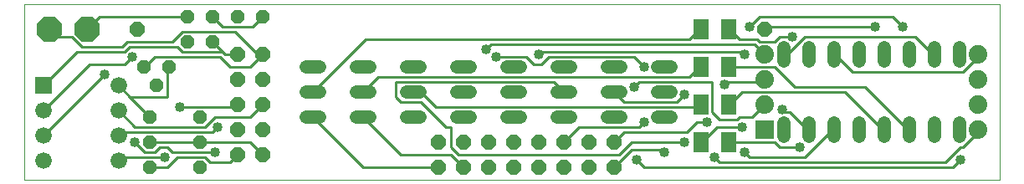
<source format=gbl>
G75*
%MOIN*%
%OFA0B0*%
%FSLAX24Y24*%
%IPPOS*%
%LPD*%
%AMOC8*
5,1,8,0,0,1.08239X$1,22.5*
%
%ADD10C,0.0000*%
%ADD11R,0.0660X0.0660*%
%ADD12C,0.0660*%
%ADD13OC8,0.0520*%
%ADD14OC8,0.1000*%
%ADD15OC8,0.0600*%
%ADD16C,0.0740*%
%ADD17R,0.0740X0.0740*%
%ADD18C,0.0520*%
%ADD19R,0.0630X0.0787*%
%ADD20C,0.0100*%
%ADD21C,0.0400*%
D10*
X000100Y000130D02*
X000100Y007126D01*
X038970Y007126D01*
X038970Y000130D01*
X000100Y000130D01*
D11*
X000850Y003880D03*
D12*
X003850Y003880D03*
X003850Y002880D03*
X000850Y002880D03*
X000850Y001880D03*
X003850Y001880D03*
X003850Y000880D03*
X000850Y000880D03*
D13*
X005100Y000630D03*
X007100Y000630D03*
X007100Y001630D03*
X005100Y001630D03*
X005100Y002630D03*
X007100Y002630D03*
X005350Y003880D03*
X004850Y004630D03*
X005850Y004630D03*
X006600Y005630D03*
X007600Y005630D03*
X007600Y006630D03*
X006600Y006630D03*
X008600Y006630D03*
X009600Y006630D03*
D14*
X002600Y006130D03*
X001100Y006130D03*
D15*
X004600Y006130D03*
X008600Y005130D03*
X009600Y005130D03*
X009600Y004130D03*
X008600Y004130D03*
X008600Y003130D03*
X009600Y003130D03*
X009600Y002130D03*
X008600Y002130D03*
X008600Y001130D03*
X009600Y001130D03*
X016600Y000630D03*
X017600Y000630D03*
X018600Y000630D03*
X019600Y000630D03*
X020600Y000630D03*
X021600Y000630D03*
X022600Y000630D03*
X023600Y000630D03*
X023600Y001630D03*
X022600Y001630D03*
X021600Y001630D03*
X020600Y001630D03*
X019600Y001630D03*
X018600Y001630D03*
X017600Y001630D03*
X016600Y001630D03*
X029600Y006130D03*
D16*
X029600Y005130D03*
X029600Y004130D03*
X029600Y003130D03*
X038100Y003130D03*
X038100Y002130D03*
X038100Y004130D03*
X038100Y005130D03*
D17*
X029600Y002130D03*
D18*
X030350Y001870D02*
X030350Y002390D01*
X031350Y002390D02*
X031350Y001870D01*
X032350Y001870D02*
X032350Y002390D01*
X033350Y002390D02*
X033350Y001870D01*
X034350Y001870D02*
X034350Y002390D01*
X035350Y002390D02*
X035350Y001870D01*
X036350Y001870D02*
X036350Y002390D01*
X037350Y002390D02*
X037350Y001870D01*
X025860Y002630D02*
X025340Y002630D01*
X023860Y002630D02*
X023340Y002630D01*
X021860Y002630D02*
X021340Y002630D01*
X019860Y002630D02*
X019340Y002630D01*
X017860Y002630D02*
X017340Y002630D01*
X015860Y002630D02*
X015340Y002630D01*
X013860Y002630D02*
X013340Y002630D01*
X011860Y002630D02*
X011340Y002630D01*
X011340Y003630D02*
X011860Y003630D01*
X013340Y003630D02*
X013860Y003630D01*
X015340Y003630D02*
X015860Y003630D01*
X017340Y003630D02*
X017860Y003630D01*
X019340Y003630D02*
X019860Y003630D01*
X021340Y003630D02*
X021860Y003630D01*
X023340Y003630D02*
X023860Y003630D01*
X025340Y003630D02*
X025860Y003630D01*
X025860Y004630D02*
X025340Y004630D01*
X023860Y004630D02*
X023340Y004630D01*
X021860Y004630D02*
X021340Y004630D01*
X019860Y004630D02*
X019340Y004630D01*
X017860Y004630D02*
X017340Y004630D01*
X015860Y004630D02*
X015340Y004630D01*
X013860Y004630D02*
X013340Y004630D01*
X011860Y004630D02*
X011340Y004630D01*
X030350Y004870D02*
X030350Y005390D01*
X031350Y005390D02*
X031350Y004870D01*
X032350Y004870D02*
X032350Y005390D01*
X033350Y005390D02*
X033350Y004870D01*
X034350Y004870D02*
X034350Y005390D01*
X035350Y005390D02*
X035350Y004870D01*
X036350Y004870D02*
X036350Y005390D01*
X037350Y005390D02*
X037350Y004870D01*
D19*
X028151Y004630D03*
X027049Y004630D03*
X027049Y006130D03*
X028151Y006130D03*
X028151Y003130D03*
X027049Y003130D03*
X027049Y001630D03*
X028151Y001630D03*
D20*
X030000Y001630D01*
X030200Y001430D01*
X031000Y001430D01*
X031200Y001030D02*
X029000Y001030D01*
X028800Y001230D01*
X027800Y000830D02*
X027600Y001030D01*
X027800Y000830D02*
X036800Y000830D01*
X037400Y001430D01*
X037500Y001430D01*
X038100Y002030D01*
X038100Y002130D01*
X035350Y002130D02*
X035300Y002130D01*
X033600Y003830D01*
X030800Y003830D01*
X030000Y004630D01*
X028151Y004630D01*
X027049Y004630D02*
X027000Y004630D01*
X026600Y004230D01*
X014200Y004230D01*
X013600Y003630D01*
X014900Y003430D02*
X014900Y004030D01*
X021200Y004030D01*
X021600Y003630D01*
X023600Y003630D02*
X024000Y003230D01*
X026100Y003230D01*
X026400Y003530D01*
X026900Y003030D02*
X027000Y003130D01*
X027049Y003130D01*
X026900Y003030D02*
X016500Y003030D01*
X015900Y003630D01*
X015600Y003630D01*
X015100Y003230D02*
X014900Y003430D01*
X015100Y003230D02*
X015900Y003230D01*
X016900Y002230D01*
X017100Y002230D01*
X017100Y001430D01*
X017400Y001130D01*
X023800Y001130D01*
X024300Y001630D01*
X026400Y001630D01*
X027049Y001630D02*
X027100Y001630D01*
X027700Y002230D01*
X028700Y002230D01*
X028500Y002530D02*
X027800Y002530D01*
X027500Y002830D01*
X027500Y004030D01*
X024600Y004030D01*
X024400Y003830D01*
X028000Y003930D02*
X028100Y004030D01*
X029500Y004030D01*
X029600Y004130D01*
X028700Y003630D02*
X032800Y003630D01*
X034300Y002130D01*
X034350Y002130D01*
X032350Y002130D02*
X032300Y002130D01*
X031200Y001030D01*
X026900Y002430D02*
X026500Y002030D01*
X024000Y002030D01*
X023600Y001630D01*
X024300Y001330D02*
X023600Y000630D01*
X024500Y000930D02*
X024800Y000630D01*
X037100Y000630D01*
X037400Y000930D01*
X031350Y002130D02*
X031300Y002130D01*
X030600Y002830D01*
X030400Y002830D01*
X030300Y002930D01*
X029600Y003130D02*
X029100Y002630D01*
X028600Y002630D01*
X028500Y002530D01*
X027300Y002430D02*
X026900Y002430D01*
X024800Y002430D02*
X024600Y002230D01*
X022200Y002230D01*
X021600Y001630D01*
X024300Y001330D02*
X025500Y001330D01*
X025600Y001230D01*
X017600Y000630D02*
X017100Y001130D01*
X015100Y001130D01*
X013600Y002630D01*
X013600Y000630D02*
X011600Y002630D01*
X009600Y003130D02*
X009100Y002630D01*
X007700Y002630D01*
X007300Y002230D01*
X004500Y002230D01*
X003850Y002880D01*
X004300Y003430D02*
X005100Y002630D01*
X006300Y003030D02*
X008500Y003030D01*
X008600Y003130D01*
X011600Y003630D02*
X013700Y005730D01*
X026600Y005730D01*
X027000Y006130D01*
X027049Y006130D01*
X028151Y006130D02*
X028200Y006130D01*
X028600Y005730D01*
X029300Y005730D01*
X029400Y005630D01*
X030000Y005630D01*
X030200Y005830D01*
X030700Y005830D01*
X031200Y005830D02*
X030500Y005130D01*
X030350Y005130D01*
X029600Y005130D02*
X029200Y005530D01*
X018700Y005530D01*
X018500Y005330D01*
X018900Y005030D02*
X020100Y005030D01*
X020400Y004730D01*
X020700Y004730D01*
X021000Y005030D01*
X024400Y005030D01*
X024800Y004630D01*
X028700Y005230D02*
X028800Y005130D01*
X028700Y005230D02*
X020700Y005230D01*
X020600Y005130D01*
X028200Y003130D02*
X028700Y003630D01*
X028200Y003130D02*
X028151Y003130D01*
X032400Y005130D02*
X033100Y004430D01*
X037500Y004430D01*
X038100Y005030D01*
X038100Y005130D01*
X036350Y005130D02*
X036300Y005130D01*
X035600Y005830D01*
X031200Y005830D01*
X029700Y006230D02*
X029600Y006130D01*
X029700Y006230D02*
X034000Y006230D01*
X034700Y006630D02*
X035100Y006230D01*
X034700Y006630D02*
X029400Y006630D01*
X029000Y006230D01*
X032350Y005130D02*
X032400Y005130D01*
X009600Y005130D02*
X009500Y005030D01*
X008500Y006030D01*
X006400Y006030D01*
X006000Y005630D01*
X004200Y005630D01*
X004000Y005430D01*
X002400Y005430D01*
X002000Y005830D01*
X001400Y005830D01*
X001100Y006130D01*
X002600Y006130D02*
X003100Y006630D01*
X006600Y006630D01*
X007600Y006630D02*
X008000Y006230D01*
X009200Y006230D01*
X009600Y006630D01*
X008000Y005230D02*
X007600Y005630D01*
X006400Y005230D02*
X006200Y005430D01*
X004300Y005430D01*
X004100Y005230D01*
X002200Y005230D01*
X000850Y003880D01*
X000850Y001880D02*
X003300Y004330D01*
X004850Y004630D02*
X004900Y004630D01*
X005300Y005030D01*
X007900Y005030D01*
X008300Y004630D01*
X009100Y004630D01*
X009500Y005030D01*
X008600Y005130D02*
X008100Y005130D01*
X008000Y005230D01*
X006400Y005230D01*
X004400Y005030D02*
X004100Y004730D01*
X002700Y004730D01*
X000850Y002880D01*
X003850Y003880D02*
X004300Y003430D01*
X005800Y003430D01*
X005800Y004630D01*
X005850Y004630D01*
X007800Y002230D02*
X007600Y002030D01*
X004000Y002030D01*
X003850Y001880D01*
X004500Y001630D02*
X004900Y001230D01*
X005300Y001230D01*
X005500Y001430D01*
X005800Y001430D01*
X006000Y001230D01*
X007700Y001230D01*
X007300Y001030D02*
X006200Y001030D01*
X005800Y000630D01*
X005100Y000630D01*
X004000Y001030D02*
X003850Y000880D01*
X004000Y001030D02*
X005700Y001030D01*
X007300Y001030D02*
X007500Y000830D01*
X008300Y000830D01*
X008600Y001130D01*
X009100Y001630D02*
X009600Y001130D01*
X009100Y001630D02*
X007100Y001630D01*
X005100Y001630D01*
X013600Y000630D02*
X016600Y000630D01*
D21*
X024500Y000930D03*
X025600Y001230D03*
X026400Y001630D03*
X028800Y001230D03*
X027600Y001030D03*
X031000Y001430D03*
X028700Y002230D03*
X027300Y002430D03*
X024800Y002430D03*
X026400Y003530D03*
X028000Y003930D03*
X024400Y003830D03*
X024800Y004630D03*
X028800Y005130D03*
X030700Y005830D03*
X029000Y006230D03*
X034000Y006230D03*
X035100Y006230D03*
X020600Y005130D03*
X018900Y005030D03*
X018500Y005330D03*
X006300Y003030D03*
X007800Y002230D03*
X004500Y001630D03*
X005700Y001030D03*
X007700Y001230D03*
X003300Y004330D03*
X004400Y005030D03*
X030300Y002930D03*
X037400Y000930D03*
M02*

</source>
